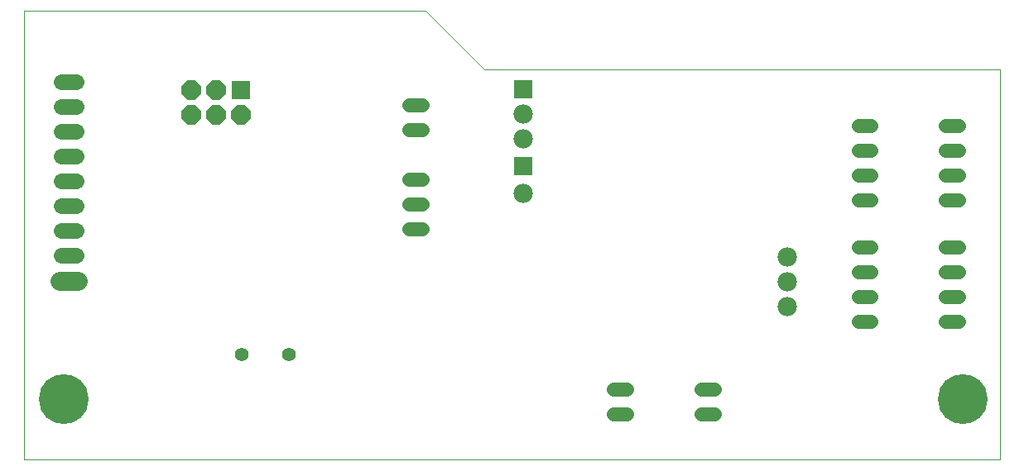
<source format=gbs>
G75*
%MOIN*%
%OFA0B0*%
%FSLAX25Y25*%
%IPPOS*%
%LPD*%
%AMOC8*
5,1,8,0,0,1.08239X$1,22.5*
%
%ADD10C,0.00000*%
%ADD11C,0.06400*%
%ADD12C,0.05600*%
%ADD13R,0.07800X0.07800*%
%ADD14OC8,0.07800*%
%ADD15C,0.07800*%
%ADD16C,0.07800*%
%ADD17C,0.05600*%
%ADD18C,0.20085*%
D10*
X0027244Y0007496D02*
X0027244Y0188598D01*
X0188661Y0188598D01*
X0212283Y0164976D01*
X0420157Y0164976D01*
X0420157Y0007496D01*
X0027244Y0007496D01*
D11*
X0042000Y0089819D02*
X0048000Y0089819D01*
X0048000Y0099819D02*
X0042000Y0099819D01*
X0042000Y0109819D02*
X0048000Y0109819D01*
X0048000Y0119819D02*
X0042000Y0119819D01*
X0042000Y0129819D02*
X0048000Y0129819D01*
X0048000Y0139819D02*
X0042000Y0139819D01*
X0042000Y0149819D02*
X0048000Y0149819D01*
X0048000Y0159819D02*
X0042000Y0159819D01*
D12*
X0182124Y0150606D02*
X0187324Y0150606D01*
X0187324Y0140606D02*
X0182124Y0140606D01*
X0182124Y0120606D02*
X0187324Y0120606D01*
X0187324Y0110606D02*
X0182124Y0110606D01*
X0182124Y0100606D02*
X0187324Y0100606D01*
X0264524Y0036118D02*
X0269724Y0036118D01*
X0269724Y0026118D02*
X0264524Y0026118D01*
X0299724Y0026118D02*
X0304924Y0026118D01*
X0304924Y0036118D02*
X0299724Y0036118D01*
X0362950Y0063362D02*
X0368150Y0063362D01*
X0368150Y0073362D02*
X0362950Y0073362D01*
X0362950Y0083362D02*
X0368150Y0083362D01*
X0368150Y0093362D02*
X0362950Y0093362D01*
X0398150Y0093362D02*
X0403350Y0093362D01*
X0403350Y0083362D02*
X0398150Y0083362D01*
X0398150Y0073362D02*
X0403350Y0073362D01*
X0403350Y0063362D02*
X0398150Y0063362D01*
X0398150Y0112181D02*
X0403350Y0112181D01*
X0403350Y0122181D02*
X0398150Y0122181D01*
X0398150Y0132181D02*
X0403350Y0132181D01*
X0403350Y0142181D02*
X0398150Y0142181D01*
X0368150Y0142181D02*
X0362950Y0142181D01*
X0362950Y0132181D02*
X0368150Y0132181D01*
X0368150Y0122181D02*
X0362950Y0122181D01*
X0362950Y0112181D02*
X0368150Y0112181D01*
D13*
X0228031Y0126106D03*
X0228031Y0157102D03*
X0114409Y0156591D03*
D14*
X0104409Y0156591D03*
X0094409Y0156591D03*
X0094409Y0146591D03*
X0104409Y0146591D03*
X0114409Y0146591D03*
D15*
X0228031Y0147102D03*
X0228031Y0137102D03*
X0228031Y0115106D03*
X0334331Y0089150D03*
X0334331Y0079150D03*
X0334331Y0069150D03*
D16*
X0048661Y0079543D02*
X0041261Y0079543D01*
D17*
X0114594Y0050016D03*
X0133594Y0050016D03*
D18*
X0042992Y0031906D03*
X0405197Y0031906D03*
M02*

</source>
